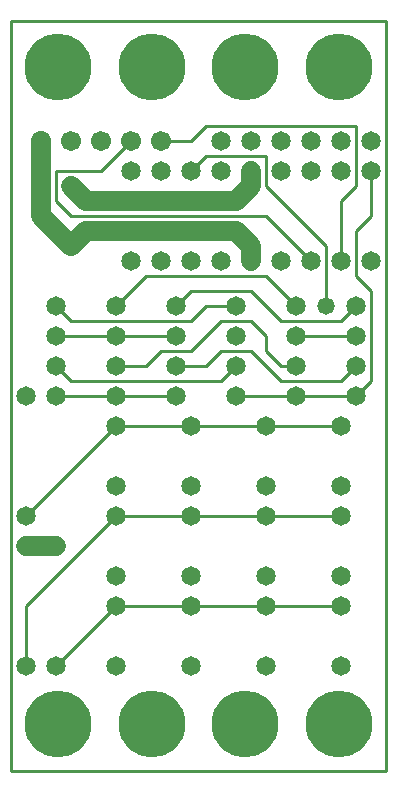
<source format=gbl>
%MOIN*%
%FSLAX25Y25*%
G04 D10 used for Character Trace; *
G04     Circle (OD=.01000) (No hole)*
G04 D11 used for Power Trace; *
G04     Circle (OD=.06700) (No hole)*
G04 D12 used for Signal Trace; *
G04     Circle (OD=.01100) (No hole)*
G04 D13 used for Via; *
G04     Circle (OD=.05800) (Round. Hole ID=.02800)*
G04 D14 used for Component hole; *
G04     Circle (OD=.06500) (Round. Hole ID=.03500)*
G04 D15 used for Component hole; *
G04     Circle (OD=.06700) (Round. Hole ID=.04300)*
G04 D16 used for Component hole; *
G04     Circle (OD=.08100) (Round. Hole ID=.05100)*
G04 D17 used for Component hole; *
G04     Circle (OD=.08900) (Round. Hole ID=.05900)*
G04 D18 used for Component hole; *
G04     Circle (OD=.11300) (Round. Hole ID=.08300)*
G04 D19 used for Component hole; *
G04     Circle (OD=.16000) (Round. Hole ID=.13000)*
G04 D20 used for Component hole; *
G04     Circle (OD=.18300) (Round. Hole ID=.15300)*
G04 D21 used for Component hole; *
G04     Circle (OD=.22291) (Round. Hole ID=.19291)*
%ADD10C,.01000*%
%ADD11C,.06700*%
%ADD12C,.01100*%
%ADD13C,.05800*%
%ADD14C,.06500*%
%ADD15C,.06700*%
%ADD16C,.08100*%
%ADD17C,.08900*%
%ADD18C,.11300*%
%ADD19C,.16000*%
%ADD20C,.18300*%
%ADD21C,.22291*%
%IPPOS*%
%LPD*%
G90*X0Y0D02*D21*X15625Y15625D03*D14*              
X35000Y35000D03*X15000D03*D12*X35000Y55000D01*D14*
D03*D12*X60000D01*D14*D03*D12*X85000D01*D14*D03*  
D12*X110000D01*D14*D03*Y65000D03*Y35000D03*       
X85000Y65000D03*Y35000D03*X110000Y85000D03*D12*   
X85000D01*D14*D03*D12*X60000D01*D14*D03*D12*      
X35000D01*D14*D03*D12*X5000Y55000D01*Y35000D01*   
D14*D03*X35000Y65000D03*D12*X0Y0D02*X125000D01*   
Y250000D01*X0D01*Y0D01*D21*X46875Y15625D03*D14*   
X60000Y35000D03*Y65000D03*X15000Y75000D03*D11*    
X5000D01*D14*D03*Y85000D03*D12*X35000Y115000D01*  
D14*D03*D12*X60000D01*D14*D03*D12*X85000D01*D14*  
D03*D12*X110000D01*D14*D03*X115000Y125000D03*D12* 
X95000D01*D14*D03*D12*X75000D01*D14*D03*D12*      
X20000Y130000D02*X70000D01*X20000D02*             
X15000Y135000D01*D14*D03*X5000Y125000D03*         
X15000Y145000D03*D12*X35000D01*D14*D03*D12*       
X55000D01*D14*D03*D12*X50000Y140000D02*X60000D01* 
X45000Y135000D02*X50000Y140000D01*                
X35000Y135000D02*X45000D01*D14*X35000D03*         
Y125000D03*D12*X15000D01*D14*D03*D12*X35000D02*   
X55000D01*D14*D03*D12*Y135000D02*X65000D01*D14*   
X55000D03*D12*X60000Y140000D02*X70000Y150000D01*  
X80000D01*X85000Y145000D01*Y140000D01*            
X90000Y135000D01*X95000D01*D14*D03*D12*           
X90000Y130000D02*X110000D01*X115000Y135000D01*D14*
D03*D12*Y125000D02*X120000Y130000D01*Y160000D01*  
X115000Y165000D01*Y180000D01*X120000Y185000D01*   
Y200000D01*D14*D03*D12*X110000Y190000D02*         
X115000Y195000D01*X110000Y170000D02*Y190000D01*   
D14*Y170000D03*D12*X105000Y155000D02*Y175000D01*  
D13*Y155000D03*D12*X90000Y150000D02*X110000D01*   
X90000D02*X80000Y160000D01*X60000D01*             
X55000Y155000D01*D14*D03*D12*X20000Y150000D02*    
X60000D01*X20000D02*X15000Y155000D01*D14*D03*     
X20000Y175000D03*D11*X25000Y180000D01*X75000D01*  
X80000Y175000D01*Y170000D01*D14*D03*D12*          
X95000Y155000D02*X85000Y165000D01*D14*            
X95000Y155000D03*D12*X45000Y165000D02*X85000D01*  
X35000Y155000D02*X45000Y165000D01*D14*            
X35000Y155000D03*X50000Y170000D03*X40000D03*D11*  
X20000Y175000D02*X10000Y185000D01*Y210000D01*D15* 
D03*X20000D03*D12*X15000Y190000D02*Y200000D01*    
X20000Y185000D02*X15000Y190000D01*                
X20000Y185000D02*X85000D01*X100000Y170000D01*D14* 
D03*D12*X105000Y175000D02*X85000Y195000D01*       
Y205000D01*X65000D01*X60000Y200000D01*D14*D03*    
X70000Y210000D03*D15*X50000D03*D12*X60000D01*     
X65000Y215000D01*X115000D01*Y195000D01*D14*       
X110000Y200000D03*X100000Y210000D03*X120000D03*   
X100000Y200000D03*X110000Y210000D03*              
X90000Y170000D03*Y210000D03*Y200000D03*           
X120000Y170000D03*X80000Y210000D03*Y200000D03*D11*
Y195000D01*X75000Y190000D01*X25000D01*            
X20000Y195000D01*D14*D03*D12*X15000Y200000D02*    
X30000D01*X40000Y210000D01*D15*D03*D14*           
X50000Y200000D03*D15*X30000Y210000D03*D14*        
X40000Y200000D03*D21*X15625Y234375D03*X46875D03*  
D14*X70000Y200000D03*X60000Y170000D03*D21*        
X78125Y234375D03*D14*X70000Y170000D03*D12*        
X60000Y150000D02*X65000Y155000D01*X75000D01*D14*  
D03*Y145000D03*D12*X65000Y135000D02*              
X70000Y140000D01*Y130000D02*X75000Y135000D01*D14* 
D03*D12*X90000Y130000D02*X80000Y140000D01*        
X70000D01*D14*X95000Y145000D03*D12*X115000D01*D14*
D03*D12*X110000Y150000D02*X115000Y155000D01*D14*  
D03*X60000Y95000D03*X85000D03*X110000D03*D21*     
X109375Y234375D03*D14*X35000Y95000D03*D21*        
X78125Y15625D03*X109375D03*M02*                   

</source>
